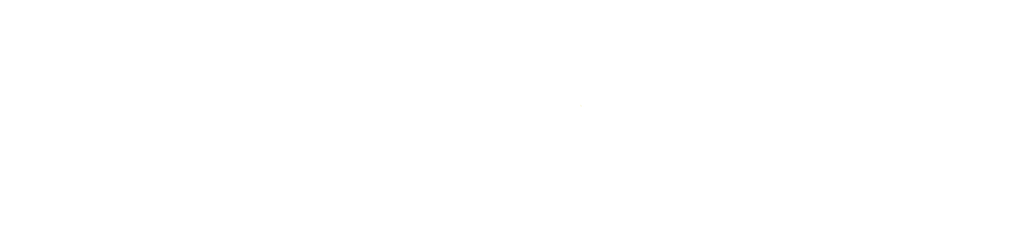
<source format=kicad_pcb>
(kicad_pcb (version 20240108) (generator pcbnew)
  (layers (0 "F.Cu" signal) (31 "B.Cu" signal) (34 "B.Paste" user) (35 "F.Paste" user) (36 "B.SilkS" user "B.Silkscreen") (37 "F.SilkS" user "F.Silkscreen") (38 "B.Mask" user) (39 "F.Mask" user) (44 "Edge.Cuts" user))
  (net 0 "")
  (footprint "MountingHole_5.3mm_M5_ISO14580_Pad" (layer "F.Cu") (at 0 0)
    (property "Reference" "REF**")
    (property "Value" "MountingHole_5.3mm_M5_ISO14580_Pad")
    (pad "1" thru_hole circle (at 0 0) (size 8.5 8.5) (drill 5.3) (layers *.Cu *.Mask) (remove_unused_layers))
  )
)
</source>
